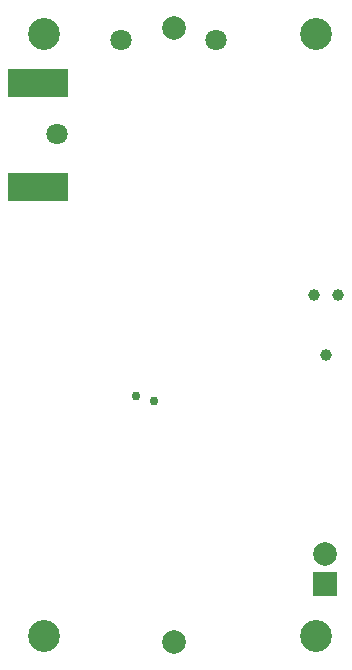
<source format=gbs>
G04 #@! TF.FileFunction,Soldermask,Bot*
%FSLAX46Y46*%
G04 Gerber Fmt 4.6, Leading zero omitted, Abs format (unit mm)*
G04 Created by KiCad (PCBNEW (2016-05-05 BZR 6775)-product) date Monday, 20 June 2016 'amt' 00:23:14*
%MOMM*%
%LPD*%
G01*
G04 APERTURE LIST*
%ADD10C,0.100000*%
%ADD11C,2.000000*%
%ADD12C,1.800000*%
%ADD13R,2.000000X2.000000*%
%ADD14C,1.000000*%
%ADD15C,0.750000*%
%ADD16C,2.700000*%
%ADD17R,5.080000X2.413000*%
G04 APERTURE END LIST*
D10*
D11*
X126000000Y-140500000D03*
X126000000Y-88500000D03*
D12*
X116100000Y-97500000D03*
D13*
X138800000Y-135540000D03*
D11*
X138800000Y-133000000D03*
D12*
X121500000Y-89500000D03*
X129500000Y-89500000D03*
D14*
X138835000Y-116140000D03*
X139851000Y-111060000D03*
X137819000Y-111060000D03*
D15*
X124300000Y-120050000D03*
X122800000Y-119650000D03*
D16*
X115000000Y-89000000D03*
X138000000Y-89000000D03*
X115000000Y-140000000D03*
X138000000Y-140000000D03*
D17*
X114500000Y-101931500D03*
X114500000Y-93168500D03*
M02*

</source>
